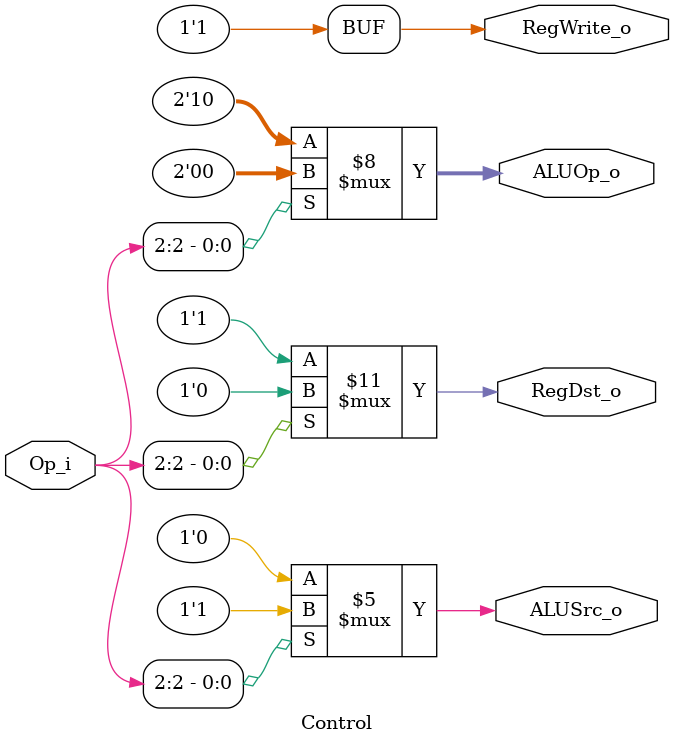
<source format=v>
module Control // for only R-type & addi
(
    Op_i,
    RegDst_o,
    ALUOp_o,
    ALUSrc_o,
    RegWrite_o
);

// Ports
input	[0:5]		Op_i; // from wire_inst[31:26]
output				RegDst_o;
output	[1:0]		ALUOp_o;
output				ALUSrc_o;
output				RegWrite_o;

// Wires & Registers
reg					RegDst_o;
reg		[1:0]		ALUOp_o;
reg					ALUSrc_o;
reg					RegWrite_o;


always@(*) begin
    if(Op_i[2]) begin // op2 = 1 -> addi
        RegDst_o = 0;
		ALUOp_o = 2'b00;
		ALUSrc_o = 1;
		RegWrite_o = 1;
    end
    else begin // op2 = 0 -> R-type
        RegDst_o = 1;
		ALUOp_o = 2'b10;
		ALUSrc_o = 0;
		RegWrite_o = 1;
    end
end

endmodule

</source>
